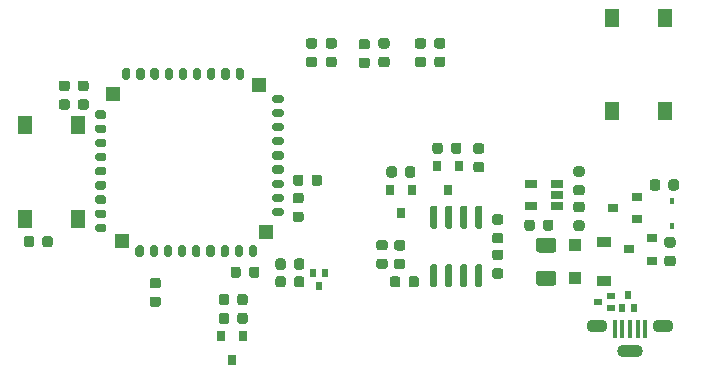
<source format=gbr>
G04 #@! TF.GenerationSoftware,KiCad,Pcbnew,5.99.0-unknown-acdfeee~88~ubuntu18.04.1*
G04 #@! TF.CreationDate,2020-05-13T21:49:14+03:00*
G04 #@! TF.ProjectId,LoRaNode,4c6f5261-4e6f-4646-952e-6b696361645f,1.1*
G04 #@! TF.SameCoordinates,Original*
G04 #@! TF.FileFunction,Paste,Top*
G04 #@! TF.FilePolarity,Positive*
%FSLAX46Y46*%
G04 Gerber Fmt 4.6, Leading zero omitted, Abs format (unit mm)*
G04 Created by KiCad (PCBNEW 5.99.0-unknown-acdfeee~88~ubuntu18.04.1) date 2020-05-13 21:49:14*
%MOMM*%
%LPD*%
G01*
G04 APERTURE LIST*
%ADD10R,1.300000X1.300000*%
%ADD11R,0.450000X1.500000*%
%ADD12O,1.800000X1.100000*%
%ADD13O,2.200000X1.100000*%
%ADD14R,0.450000X0.600000*%
%ADD15R,1.200000X0.900000*%
%ADD16R,0.900000X0.800000*%
%ADD17R,1.100000X1.100000*%
%ADD18R,0.500000X0.660000*%
%ADD19R,0.800000X0.900000*%
%ADD20R,1.060000X0.650000*%
%ADD21R,1.300000X1.550000*%
%ADD22R,0.660000X0.500000*%
G04 APERTURE END LIST*
G36*
G01*
X96843750Y-136650000D02*
X97356250Y-136650000D01*
G75*
G02*
X97575000Y-136868750I0J-218750D01*
G01*
X97575000Y-137306250D01*
G75*
G02*
X97356250Y-137525000I-218750J0D01*
G01*
X96843750Y-137525000D01*
G75*
G02*
X96625000Y-137306250I0J218750D01*
G01*
X96625000Y-136868750D01*
G75*
G02*
X96843750Y-136650000I218750J0D01*
G01*
G37*
G36*
G01*
X96843750Y-135075000D02*
X97356250Y-135075000D01*
G75*
G02*
X97575000Y-135293750I0J-218750D01*
G01*
X97575000Y-135731250D01*
G75*
G02*
X97356250Y-135950000I-218750J0D01*
G01*
X96843750Y-135950000D01*
G75*
G02*
X96625000Y-135731250I0J218750D01*
G01*
X96625000Y-135293750D01*
G75*
G02*
X96843750Y-135075000I218750J0D01*
G01*
G37*
G36*
G01*
X92975000Y-121065000D02*
X92975000Y-121415000D01*
G75*
G02*
X92800000Y-121590000I-175000J0D01*
G01*
X92200000Y-121590000D01*
G75*
G02*
X92025000Y-121415000I0J175000D01*
G01*
X92025000Y-121065000D01*
G75*
G02*
X92200000Y-120890000I175000J0D01*
G01*
X92800000Y-120890000D01*
G75*
G02*
X92975000Y-121065000I0J-175000D01*
G01*
G37*
G36*
G01*
X92975000Y-122265000D02*
X92975000Y-122615000D01*
G75*
G02*
X92800000Y-122790000I-175000J0D01*
G01*
X92200000Y-122790000D01*
G75*
G02*
X92025000Y-122615000I0J175000D01*
G01*
X92025000Y-122265000D01*
G75*
G02*
X92200000Y-122090000I175000J0D01*
G01*
X92800000Y-122090000D01*
G75*
G02*
X92975000Y-122265000I0J-175000D01*
G01*
G37*
G36*
G01*
X92975000Y-123465000D02*
X92975000Y-123815000D01*
G75*
G02*
X92800000Y-123990000I-175000J0D01*
G01*
X92200000Y-123990000D01*
G75*
G02*
X92025000Y-123815000I0J175000D01*
G01*
X92025000Y-123465000D01*
G75*
G02*
X92200000Y-123290000I175000J0D01*
G01*
X92800000Y-123290000D01*
G75*
G02*
X92975000Y-123465000I0J-175000D01*
G01*
G37*
G36*
G01*
X92975000Y-124665000D02*
X92975000Y-125015000D01*
G75*
G02*
X92800000Y-125190000I-175000J0D01*
G01*
X92200000Y-125190000D01*
G75*
G02*
X92025000Y-125015000I0J175000D01*
G01*
X92025000Y-124665000D01*
G75*
G02*
X92200000Y-124490000I175000J0D01*
G01*
X92800000Y-124490000D01*
G75*
G02*
X92975000Y-124665000I0J-175000D01*
G01*
G37*
G36*
G01*
X92975000Y-125865000D02*
X92975000Y-126215000D01*
G75*
G02*
X92800000Y-126390000I-175000J0D01*
G01*
X92200000Y-126390000D01*
G75*
G02*
X92025000Y-126215000I0J175000D01*
G01*
X92025000Y-125865000D01*
G75*
G02*
X92200000Y-125690000I175000J0D01*
G01*
X92800000Y-125690000D01*
G75*
G02*
X92975000Y-125865000I0J-175000D01*
G01*
G37*
G36*
G01*
X92975000Y-127065000D02*
X92975000Y-127415000D01*
G75*
G02*
X92800000Y-127590000I-175000J0D01*
G01*
X92200000Y-127590000D01*
G75*
G02*
X92025000Y-127415000I0J175000D01*
G01*
X92025000Y-127065000D01*
G75*
G02*
X92200000Y-126890000I175000J0D01*
G01*
X92800000Y-126890000D01*
G75*
G02*
X92975000Y-127065000I0J-175000D01*
G01*
G37*
G36*
G01*
X92975000Y-128265000D02*
X92975000Y-128615000D01*
G75*
G02*
X92800000Y-128790000I-175000J0D01*
G01*
X92200000Y-128790000D01*
G75*
G02*
X92025000Y-128615000I0J175000D01*
G01*
X92025000Y-128265000D01*
G75*
G02*
X92200000Y-128090000I175000J0D01*
G01*
X92800000Y-128090000D01*
G75*
G02*
X92975000Y-128265000I0J-175000D01*
G01*
G37*
G36*
G01*
X92975000Y-129465000D02*
X92975000Y-129815000D01*
G75*
G02*
X92800000Y-129990000I-175000J0D01*
G01*
X92200000Y-129990000D01*
G75*
G02*
X92025000Y-129815000I0J175000D01*
G01*
X92025000Y-129465000D01*
G75*
G02*
X92200000Y-129290000I175000J0D01*
G01*
X92800000Y-129290000D01*
G75*
G02*
X92975000Y-129465000I0J-175000D01*
G01*
G37*
G36*
G01*
X92975000Y-130665000D02*
X92975000Y-131015000D01*
G75*
G02*
X92800000Y-131190000I-175000J0D01*
G01*
X92200000Y-131190000D01*
G75*
G02*
X92025000Y-131015000I0J175000D01*
G01*
X92025000Y-130665000D01*
G75*
G02*
X92200000Y-130490000I175000J0D01*
G01*
X92800000Y-130490000D01*
G75*
G02*
X92975000Y-130665000I0J-175000D01*
G01*
G37*
G36*
G01*
X104075000Y-117325000D02*
X104425000Y-117325000D01*
G75*
G02*
X104600000Y-117500000I0J-175000D01*
G01*
X104600000Y-118100000D01*
G75*
G02*
X104425000Y-118275000I-175000J0D01*
G01*
X104075000Y-118275000D01*
G75*
G02*
X103900000Y-118100000I0J175000D01*
G01*
X103900000Y-117500000D01*
G75*
G02*
X104075000Y-117325000I175000J0D01*
G01*
G37*
G36*
G01*
X102875000Y-117325000D02*
X103225000Y-117325000D01*
G75*
G02*
X103400000Y-117500000I0J-175000D01*
G01*
X103400000Y-118100000D01*
G75*
G02*
X103225000Y-118275000I-175000J0D01*
G01*
X102875000Y-118275000D01*
G75*
G02*
X102700000Y-118100000I0J175000D01*
G01*
X102700000Y-117500000D01*
G75*
G02*
X102875000Y-117325000I175000J0D01*
G01*
G37*
G36*
G01*
X101675000Y-117325000D02*
X102025000Y-117325000D01*
G75*
G02*
X102200000Y-117500000I0J-175000D01*
G01*
X102200000Y-118100000D01*
G75*
G02*
X102025000Y-118275000I-175000J0D01*
G01*
X101675000Y-118275000D01*
G75*
G02*
X101500000Y-118100000I0J175000D01*
G01*
X101500000Y-117500000D01*
G75*
G02*
X101675000Y-117325000I175000J0D01*
G01*
G37*
G36*
G01*
X100475000Y-117325000D02*
X100825000Y-117325000D01*
G75*
G02*
X101000000Y-117500000I0J-175000D01*
G01*
X101000000Y-118100000D01*
G75*
G02*
X100825000Y-118275000I-175000J0D01*
G01*
X100475000Y-118275000D01*
G75*
G02*
X100300000Y-118100000I0J175000D01*
G01*
X100300000Y-117500000D01*
G75*
G02*
X100475000Y-117325000I175000J0D01*
G01*
G37*
G36*
G01*
X99275000Y-117325000D02*
X99625000Y-117325000D01*
G75*
G02*
X99800000Y-117500000I0J-175000D01*
G01*
X99800000Y-118100000D01*
G75*
G02*
X99625000Y-118275000I-175000J0D01*
G01*
X99275000Y-118275000D01*
G75*
G02*
X99100000Y-118100000I0J175000D01*
G01*
X99100000Y-117500000D01*
G75*
G02*
X99275000Y-117325000I175000J0D01*
G01*
G37*
G36*
G01*
X98075000Y-117325000D02*
X98425000Y-117325000D01*
G75*
G02*
X98600000Y-117500000I0J-175000D01*
G01*
X98600000Y-118100000D01*
G75*
G02*
X98425000Y-118275000I-175000J0D01*
G01*
X98075000Y-118275000D01*
G75*
G02*
X97900000Y-118100000I0J175000D01*
G01*
X97900000Y-117500000D01*
G75*
G02*
X98075000Y-117325000I175000J0D01*
G01*
G37*
G36*
G01*
X96875000Y-117325000D02*
X97225000Y-117325000D01*
G75*
G02*
X97400000Y-117500000I0J-175000D01*
G01*
X97400000Y-118100000D01*
G75*
G02*
X97225000Y-118275000I-175000J0D01*
G01*
X96875000Y-118275000D01*
G75*
G02*
X96700000Y-118100000I0J175000D01*
G01*
X96700000Y-117500000D01*
G75*
G02*
X96875000Y-117325000I175000J0D01*
G01*
G37*
G36*
G01*
X95675000Y-117325000D02*
X96025000Y-117325000D01*
G75*
G02*
X96200000Y-117500000I0J-175000D01*
G01*
X96200000Y-118100000D01*
G75*
G02*
X96025000Y-118275000I-175000J0D01*
G01*
X95675000Y-118275000D01*
G75*
G02*
X95500000Y-118100000I0J175000D01*
G01*
X95500000Y-117500000D01*
G75*
G02*
X95675000Y-117325000I175000J0D01*
G01*
G37*
G36*
G01*
X94475000Y-117325000D02*
X94825000Y-117325000D01*
G75*
G02*
X95000000Y-117500000I0J-175000D01*
G01*
X95000000Y-118100000D01*
G75*
G02*
X94825000Y-118275000I-175000J0D01*
G01*
X94475000Y-118275000D01*
G75*
G02*
X94300000Y-118100000I0J175000D01*
G01*
X94300000Y-117500000D01*
G75*
G02*
X94475000Y-117325000I175000J0D01*
G01*
G37*
G36*
G01*
X107975000Y-119725000D02*
X107975000Y-120075000D01*
G75*
G02*
X107800000Y-120250000I-175000J0D01*
G01*
X107200000Y-120250000D01*
G75*
G02*
X107025000Y-120075000I0J175000D01*
G01*
X107025000Y-119725000D01*
G75*
G02*
X107200000Y-119550000I175000J0D01*
G01*
X107800000Y-119550000D01*
G75*
G02*
X107975000Y-119725000I0J-175000D01*
G01*
G37*
G36*
G01*
X107975000Y-120925000D02*
X107975000Y-121275000D01*
G75*
G02*
X107800000Y-121450000I-175000J0D01*
G01*
X107200000Y-121450000D01*
G75*
G02*
X107025000Y-121275000I0J175000D01*
G01*
X107025000Y-120925000D01*
G75*
G02*
X107200000Y-120750000I175000J0D01*
G01*
X107800000Y-120750000D01*
G75*
G02*
X107975000Y-120925000I0J-175000D01*
G01*
G37*
G36*
G01*
X107975000Y-122125000D02*
X107975000Y-122475000D01*
G75*
G02*
X107800000Y-122650000I-175000J0D01*
G01*
X107200000Y-122650000D01*
G75*
G02*
X107025000Y-122475000I0J175000D01*
G01*
X107025000Y-122125000D01*
G75*
G02*
X107200000Y-121950000I175000J0D01*
G01*
X107800000Y-121950000D01*
G75*
G02*
X107975000Y-122125000I0J-175000D01*
G01*
G37*
G36*
G01*
X107975000Y-123325000D02*
X107975000Y-123675000D01*
G75*
G02*
X107800000Y-123850000I-175000J0D01*
G01*
X107200000Y-123850000D01*
G75*
G02*
X107025000Y-123675000I0J175000D01*
G01*
X107025000Y-123325000D01*
G75*
G02*
X107200000Y-123150000I175000J0D01*
G01*
X107800000Y-123150000D01*
G75*
G02*
X107975000Y-123325000I0J-175000D01*
G01*
G37*
G36*
G01*
X107975000Y-124525000D02*
X107975000Y-124875000D01*
G75*
G02*
X107800000Y-125050000I-175000J0D01*
G01*
X107200000Y-125050000D01*
G75*
G02*
X107025000Y-124875000I0J175000D01*
G01*
X107025000Y-124525000D01*
G75*
G02*
X107200000Y-124350000I175000J0D01*
G01*
X107800000Y-124350000D01*
G75*
G02*
X107975000Y-124525000I0J-175000D01*
G01*
G37*
G36*
G01*
X107975000Y-125725000D02*
X107975000Y-126075000D01*
G75*
G02*
X107800000Y-126250000I-175000J0D01*
G01*
X107200000Y-126250000D01*
G75*
G02*
X107025000Y-126075000I0J175000D01*
G01*
X107025000Y-125725000D01*
G75*
G02*
X107200000Y-125550000I175000J0D01*
G01*
X107800000Y-125550000D01*
G75*
G02*
X107975000Y-125725000I0J-175000D01*
G01*
G37*
G36*
G01*
X107975000Y-126925000D02*
X107975000Y-127275000D01*
G75*
G02*
X107800000Y-127450000I-175000J0D01*
G01*
X107200000Y-127450000D01*
G75*
G02*
X107025000Y-127275000I0J175000D01*
G01*
X107025000Y-126925000D01*
G75*
G02*
X107200000Y-126750000I175000J0D01*
G01*
X107800000Y-126750000D01*
G75*
G02*
X107975000Y-126925000I0J-175000D01*
G01*
G37*
G36*
G01*
X107975000Y-128125000D02*
X107975000Y-128475000D01*
G75*
G02*
X107800000Y-128650000I-175000J0D01*
G01*
X107200000Y-128650000D01*
G75*
G02*
X107025000Y-128475000I0J175000D01*
G01*
X107025000Y-128125000D01*
G75*
G02*
X107200000Y-127950000I175000J0D01*
G01*
X107800000Y-127950000D01*
G75*
G02*
X107975000Y-128125000I0J-175000D01*
G01*
G37*
G36*
G01*
X107975000Y-129325000D02*
X107975000Y-129675000D01*
G75*
G02*
X107800000Y-129850000I-175000J0D01*
G01*
X107200000Y-129850000D01*
G75*
G02*
X107025000Y-129675000I0J175000D01*
G01*
X107025000Y-129325000D01*
G75*
G02*
X107200000Y-129150000I175000J0D01*
G01*
X107800000Y-129150000D01*
G75*
G02*
X107975000Y-129325000I0J-175000D01*
G01*
G37*
G36*
G01*
X105555000Y-133275000D02*
X105205000Y-133275000D01*
G75*
G02*
X105030000Y-133100000I0J175000D01*
G01*
X105030000Y-132500000D01*
G75*
G02*
X105205000Y-132325000I175000J0D01*
G01*
X105555000Y-132325000D01*
G75*
G02*
X105730000Y-132500000I0J-175000D01*
G01*
X105730000Y-133100000D01*
G75*
G02*
X105555000Y-133275000I-175000J0D01*
G01*
G37*
G36*
G01*
X104355000Y-133275000D02*
X104005000Y-133275000D01*
G75*
G02*
X103830000Y-133100000I0J175000D01*
G01*
X103830000Y-132500000D01*
G75*
G02*
X104005000Y-132325000I175000J0D01*
G01*
X104355000Y-132325000D01*
G75*
G02*
X104530000Y-132500000I0J-175000D01*
G01*
X104530000Y-133100000D01*
G75*
G02*
X104355000Y-133275000I-175000J0D01*
G01*
G37*
G36*
G01*
X103155000Y-133275000D02*
X102805000Y-133275000D01*
G75*
G02*
X102630000Y-133100000I0J175000D01*
G01*
X102630000Y-132500000D01*
G75*
G02*
X102805000Y-132325000I175000J0D01*
G01*
X103155000Y-132325000D01*
G75*
G02*
X103330000Y-132500000I0J-175000D01*
G01*
X103330000Y-133100000D01*
G75*
G02*
X103155000Y-133275000I-175000J0D01*
G01*
G37*
G36*
G01*
X101955000Y-133275000D02*
X101605000Y-133275000D01*
G75*
G02*
X101430000Y-133100000I0J175000D01*
G01*
X101430000Y-132500000D01*
G75*
G02*
X101605000Y-132325000I175000J0D01*
G01*
X101955000Y-132325000D01*
G75*
G02*
X102130000Y-132500000I0J-175000D01*
G01*
X102130000Y-133100000D01*
G75*
G02*
X101955000Y-133275000I-175000J0D01*
G01*
G37*
G36*
G01*
X100755000Y-133275000D02*
X100405000Y-133275000D01*
G75*
G02*
X100230000Y-133100000I0J175000D01*
G01*
X100230000Y-132500000D01*
G75*
G02*
X100405000Y-132325000I175000J0D01*
G01*
X100755000Y-132325000D01*
G75*
G02*
X100930000Y-132500000I0J-175000D01*
G01*
X100930000Y-133100000D01*
G75*
G02*
X100755000Y-133275000I-175000J0D01*
G01*
G37*
G36*
G01*
X99555000Y-133275000D02*
X99205000Y-133275000D01*
G75*
G02*
X99030000Y-133100000I0J175000D01*
G01*
X99030000Y-132500000D01*
G75*
G02*
X99205000Y-132325000I175000J0D01*
G01*
X99555000Y-132325000D01*
G75*
G02*
X99730000Y-132500000I0J-175000D01*
G01*
X99730000Y-133100000D01*
G75*
G02*
X99555000Y-133275000I-175000J0D01*
G01*
G37*
G36*
G01*
X98355000Y-133275000D02*
X98005000Y-133275000D01*
G75*
G02*
X97830000Y-133100000I0J175000D01*
G01*
X97830000Y-132500000D01*
G75*
G02*
X98005000Y-132325000I175000J0D01*
G01*
X98355000Y-132325000D01*
G75*
G02*
X98530000Y-132500000I0J-175000D01*
G01*
X98530000Y-133100000D01*
G75*
G02*
X98355000Y-133275000I-175000J0D01*
G01*
G37*
G36*
G01*
X97155000Y-133275000D02*
X96805000Y-133275000D01*
G75*
G02*
X96630000Y-133100000I0J175000D01*
G01*
X96630000Y-132500000D01*
G75*
G02*
X96805000Y-132325000I175000J0D01*
G01*
X97155000Y-132325000D01*
G75*
G02*
X97330000Y-132500000I0J-175000D01*
G01*
X97330000Y-133100000D01*
G75*
G02*
X97155000Y-133275000I-175000J0D01*
G01*
G37*
G36*
G01*
X95955000Y-133275000D02*
X95605000Y-133275000D01*
G75*
G02*
X95430000Y-133100000I0J175000D01*
G01*
X95430000Y-132500000D01*
G75*
G02*
X95605000Y-132325000I175000J0D01*
G01*
X95955000Y-132325000D01*
G75*
G02*
X96130000Y-132500000I0J-175000D01*
G01*
X96130000Y-133100000D01*
G75*
G02*
X95955000Y-133275000I-175000J0D01*
G01*
G37*
D10*
X106480000Y-131150000D03*
X105850000Y-118700000D03*
X93530000Y-119470000D03*
X94290000Y-131910000D03*
D11*
X137300000Y-139400000D03*
X137950000Y-139400000D03*
X136650000Y-139400000D03*
X138600000Y-139400000D03*
X136000000Y-139400000D03*
D12*
X134500000Y-139150000D03*
X140100000Y-139150000D03*
D13*
X137300000Y-141300000D03*
D14*
X140880000Y-128600000D03*
X140880000Y-130700000D03*
D15*
X135080000Y-135350000D03*
X135080000Y-132050000D03*
G36*
G01*
X87550000Y-132256250D02*
X87550000Y-131743750D01*
G75*
G02*
X87768750Y-131525000I218750J0D01*
G01*
X88206250Y-131525000D01*
G75*
G02*
X88425000Y-131743750I0J-218750D01*
G01*
X88425000Y-132256250D01*
G75*
G02*
X88206250Y-132475000I-218750J0D01*
G01*
X87768750Y-132475000D01*
G75*
G02*
X87550000Y-132256250I0J218750D01*
G01*
G37*
G36*
G01*
X85975000Y-132256250D02*
X85975000Y-131743750D01*
G75*
G02*
X86193750Y-131525000I218750J0D01*
G01*
X86631250Y-131525000D01*
G75*
G02*
X86850000Y-131743750I0J-218750D01*
G01*
X86850000Y-132256250D01*
G75*
G02*
X86631250Y-132475000I-218750J0D01*
G01*
X86193750Y-132475000D01*
G75*
G02*
X85975000Y-132256250I0J218750D01*
G01*
G37*
G36*
G01*
X130825000Y-132925000D02*
X129575000Y-132925000D01*
G75*
G02*
X129325000Y-132675000I0J250000D01*
G01*
X129325000Y-131925000D01*
G75*
G02*
X129575000Y-131675000I250000J0D01*
G01*
X130825000Y-131675000D01*
G75*
G02*
X131075000Y-131925000I0J-250000D01*
G01*
X131075000Y-132675000D01*
G75*
G02*
X130825000Y-132925000I-250000J0D01*
G01*
G37*
G36*
G01*
X130825000Y-135725000D02*
X129575000Y-135725000D01*
G75*
G02*
X129325000Y-135475000I0J250000D01*
G01*
X129325000Y-134725000D01*
G75*
G02*
X129575000Y-134475000I250000J0D01*
G01*
X130825000Y-134475000D01*
G75*
G02*
X131075000Y-134725000I0J-250000D01*
G01*
X131075000Y-135475000D01*
G75*
G02*
X130825000Y-135725000I-250000J0D01*
G01*
G37*
G36*
G01*
X139850000Y-126943750D02*
X139850000Y-127456250D01*
G75*
G02*
X139631250Y-127675000I-218750J0D01*
G01*
X139193750Y-127675000D01*
G75*
G02*
X138975000Y-127456250I0J218750D01*
G01*
X138975000Y-126943750D01*
G75*
G02*
X139193750Y-126725000I218750J0D01*
G01*
X139631250Y-126725000D01*
G75*
G02*
X139850000Y-126943750I0J-218750D01*
G01*
G37*
G36*
G01*
X141425000Y-126943750D02*
X141425000Y-127456250D01*
G75*
G02*
X141206250Y-127675000I-218750J0D01*
G01*
X140768750Y-127675000D01*
G75*
G02*
X140550000Y-127456250I0J218750D01*
G01*
X140550000Y-126943750D01*
G75*
G02*
X140768750Y-126725000I218750J0D01*
G01*
X141206250Y-126725000D01*
G75*
G02*
X141425000Y-126943750I0J-218750D01*
G01*
G37*
G36*
G01*
X140423750Y-133200000D02*
X140936250Y-133200000D01*
G75*
G02*
X141155000Y-133418750I0J-218750D01*
G01*
X141155000Y-133856250D01*
G75*
G02*
X140936250Y-134075000I-218750J0D01*
G01*
X140423750Y-134075000D01*
G75*
G02*
X140205000Y-133856250I0J218750D01*
G01*
X140205000Y-133418750D01*
G75*
G02*
X140423750Y-133200000I218750J0D01*
G01*
G37*
G36*
G01*
X140423750Y-131625000D02*
X140936250Y-131625000D01*
G75*
G02*
X141155000Y-131843750I0J-218750D01*
G01*
X141155000Y-132281250D01*
G75*
G02*
X140936250Y-132500000I-218750J0D01*
G01*
X140423750Y-132500000D01*
G75*
G02*
X140205000Y-132281250I0J218750D01*
G01*
X140205000Y-131843750D01*
G75*
G02*
X140423750Y-131625000I218750J0D01*
G01*
G37*
D16*
X135880000Y-129150000D03*
X137880000Y-128200000D03*
X137880000Y-130100000D03*
X137180000Y-132650000D03*
X139180000Y-131700000D03*
X139180000Y-133600000D03*
D17*
X132600000Y-135100000D03*
X132600000Y-132300000D03*
D18*
X137650000Y-137646584D03*
X136650000Y-137646584D03*
X137150000Y-136506584D03*
G36*
G01*
X124756250Y-124550000D02*
X124243750Y-124550000D01*
G75*
G02*
X124025000Y-124331250I0J218750D01*
G01*
X124025000Y-123893750D01*
G75*
G02*
X124243750Y-123675000I218750J0D01*
G01*
X124756250Y-123675000D01*
G75*
G02*
X124975000Y-123893750I0J-218750D01*
G01*
X124975000Y-124331250D01*
G75*
G02*
X124756250Y-124550000I-218750J0D01*
G01*
G37*
G36*
G01*
X124756250Y-126125000D02*
X124243750Y-126125000D01*
G75*
G02*
X124025000Y-125906250I0J218750D01*
G01*
X124025000Y-125468750D01*
G75*
G02*
X124243750Y-125250000I218750J0D01*
G01*
X124756250Y-125250000D01*
G75*
G02*
X124975000Y-125468750I0J-218750D01*
G01*
X124975000Y-125906250D01*
G75*
G02*
X124756250Y-126125000I-218750J0D01*
G01*
G37*
X110500000Y-134630000D03*
X111500000Y-134630000D03*
X111000000Y-135770000D03*
D19*
X121900000Y-127600000D03*
X120950000Y-125600000D03*
X122850000Y-125600000D03*
D20*
X131080000Y-129000000D03*
X131080000Y-128050000D03*
X131080000Y-127100000D03*
X128880000Y-127100000D03*
X128880000Y-129000000D03*
G36*
G01*
X121450000Y-123843750D02*
X121450000Y-124356250D01*
G75*
G02*
X121231250Y-124575000I-218750J0D01*
G01*
X120793750Y-124575000D01*
G75*
G02*
X120575000Y-124356250I0J218750D01*
G01*
X120575000Y-123843750D01*
G75*
G02*
X120793750Y-123625000I218750J0D01*
G01*
X121231250Y-123625000D01*
G75*
G02*
X121450000Y-123843750I0J-218750D01*
G01*
G37*
G36*
G01*
X123025000Y-123843750D02*
X123025000Y-124356250D01*
G75*
G02*
X122806250Y-124575000I-218750J0D01*
G01*
X122368750Y-124575000D01*
G75*
G02*
X122150000Y-124356250I0J218750D01*
G01*
X122150000Y-123843750D01*
G75*
G02*
X122368750Y-123625000I218750J0D01*
G01*
X122806250Y-123625000D01*
G75*
G02*
X123025000Y-123843750I0J-218750D01*
G01*
G37*
G36*
G01*
X119811835Y-115650000D02*
X119299335Y-115650000D01*
G75*
G02*
X119080585Y-115431250I0J218750D01*
G01*
X119080585Y-114993750D01*
G75*
G02*
X119299335Y-114775000I218750J0D01*
G01*
X119811835Y-114775000D01*
G75*
G02*
X120030585Y-114993750I0J-218750D01*
G01*
X120030585Y-115431250D01*
G75*
G02*
X119811835Y-115650000I-218750J0D01*
G01*
G37*
G36*
G01*
X119811835Y-117225000D02*
X119299335Y-117225000D01*
G75*
G02*
X119080585Y-117006250I0J218750D01*
G01*
X119080585Y-116568750D01*
G75*
G02*
X119299335Y-116350000I218750J0D01*
G01*
X119811835Y-116350000D01*
G75*
G02*
X120030585Y-116568750I0J-218750D01*
G01*
X120030585Y-117006250D01*
G75*
G02*
X119811835Y-117225000I-218750J0D01*
G01*
G37*
G36*
G01*
X110589135Y-115650000D02*
X110076635Y-115650000D01*
G75*
G02*
X109857885Y-115431250I0J218750D01*
G01*
X109857885Y-114993750D01*
G75*
G02*
X110076635Y-114775000I218750J0D01*
G01*
X110589135Y-114775000D01*
G75*
G02*
X110807885Y-114993750I0J-218750D01*
G01*
X110807885Y-115431250D01*
G75*
G02*
X110589135Y-115650000I-218750J0D01*
G01*
G37*
G36*
G01*
X110589135Y-117225000D02*
X110076635Y-117225000D01*
G75*
G02*
X109857885Y-117006250I0J218750D01*
G01*
X109857885Y-116568750D01*
G75*
G02*
X110076635Y-116350000I218750J0D01*
G01*
X110589135Y-116350000D01*
G75*
G02*
X110807885Y-116568750I0J-218750D01*
G01*
X110807885Y-117006250D01*
G75*
G02*
X110589135Y-117225000I-218750J0D01*
G01*
G37*
G36*
G01*
X115056386Y-115724626D02*
X114543886Y-115724626D01*
G75*
G02*
X114325136Y-115505876I0J218750D01*
G01*
X114325136Y-115068376D01*
G75*
G02*
X114543886Y-114849626I218750J0D01*
G01*
X115056386Y-114849626D01*
G75*
G02*
X115275136Y-115068376I0J-218750D01*
G01*
X115275136Y-115505876D01*
G75*
G02*
X115056386Y-115724626I-218750J0D01*
G01*
G37*
G36*
G01*
X115056386Y-117299626D02*
X114543886Y-117299626D01*
G75*
G02*
X114325136Y-117080876I0J218750D01*
G01*
X114325136Y-116643376D01*
G75*
G02*
X114543886Y-116424626I218750J0D01*
G01*
X115056386Y-116424626D01*
G75*
G02*
X115275136Y-116643376I0J-218750D01*
G01*
X115275136Y-117080876D01*
G75*
G02*
X115056386Y-117299626I-218750J0D01*
G01*
G37*
G36*
G01*
X120944784Y-116350000D02*
X121457284Y-116350000D01*
G75*
G02*
X121676034Y-116568750I0J-218750D01*
G01*
X121676034Y-117006250D01*
G75*
G02*
X121457284Y-117225000I-218750J0D01*
G01*
X120944784Y-117225000D01*
G75*
G02*
X120726034Y-117006250I0J218750D01*
G01*
X120726034Y-116568750D01*
G75*
G02*
X120944784Y-116350000I218750J0D01*
G01*
G37*
G36*
G01*
X120944784Y-114775000D02*
X121457284Y-114775000D01*
G75*
G02*
X121676034Y-114993750I0J-218750D01*
G01*
X121676034Y-115431250D01*
G75*
G02*
X121457284Y-115650000I-218750J0D01*
G01*
X120944784Y-115650000D01*
G75*
G02*
X120726034Y-115431250I0J218750D01*
G01*
X120726034Y-114993750D01*
G75*
G02*
X120944784Y-114775000I218750J0D01*
G01*
G37*
G36*
G01*
X111743750Y-116350000D02*
X112256250Y-116350000D01*
G75*
G02*
X112475000Y-116568750I0J-218750D01*
G01*
X112475000Y-117006250D01*
G75*
G02*
X112256250Y-117225000I-218750J0D01*
G01*
X111743750Y-117225000D01*
G75*
G02*
X111525000Y-117006250I0J218750D01*
G01*
X111525000Y-116568750D01*
G75*
G02*
X111743750Y-116350000I218750J0D01*
G01*
G37*
G36*
G01*
X111743750Y-114775000D02*
X112256250Y-114775000D01*
G75*
G02*
X112475000Y-114993750I0J-218750D01*
G01*
X112475000Y-115431250D01*
G75*
G02*
X112256250Y-115650000I-218750J0D01*
G01*
X111743750Y-115650000D01*
G75*
G02*
X111525000Y-115431250I0J218750D01*
G01*
X111525000Y-114993750D01*
G75*
G02*
X111743750Y-114775000I218750J0D01*
G01*
G37*
G36*
G01*
X116207578Y-116350000D02*
X116720078Y-116350000D01*
G75*
G02*
X116938828Y-116568750I0J-218750D01*
G01*
X116938828Y-117006250D01*
G75*
G02*
X116720078Y-117225000I-218750J0D01*
G01*
X116207578Y-117225000D01*
G75*
G02*
X115988828Y-117006250I0J218750D01*
G01*
X115988828Y-116568750D01*
G75*
G02*
X116207578Y-116350000I218750J0D01*
G01*
G37*
G36*
G01*
X116207578Y-114775000D02*
X116720078Y-114775000D01*
G75*
G02*
X116938828Y-114993750I0J-218750D01*
G01*
X116938828Y-115431250D01*
G75*
G02*
X116720078Y-115650000I-218750J0D01*
G01*
X116207578Y-115650000D01*
G75*
G02*
X115988828Y-115431250I0J218750D01*
G01*
X115988828Y-114993750D01*
G75*
G02*
X116207578Y-114775000I218750J0D01*
G01*
G37*
G36*
G01*
X108943750Y-129450000D02*
X109456250Y-129450000D01*
G75*
G02*
X109675000Y-129668750I0J-218750D01*
G01*
X109675000Y-130106250D01*
G75*
G02*
X109456250Y-130325000I-218750J0D01*
G01*
X108943750Y-130325000D01*
G75*
G02*
X108725000Y-130106250I0J218750D01*
G01*
X108725000Y-129668750D01*
G75*
G02*
X108943750Y-129450000I218750J0D01*
G01*
G37*
G36*
G01*
X108943750Y-127875000D02*
X109456250Y-127875000D01*
G75*
G02*
X109675000Y-128093750I0J-218750D01*
G01*
X109675000Y-128531250D01*
G75*
G02*
X109456250Y-128750000I-218750J0D01*
G01*
X108943750Y-128750000D01*
G75*
G02*
X108725000Y-128531250I0J218750D01*
G01*
X108725000Y-128093750D01*
G75*
G02*
X108943750Y-127875000I218750J0D01*
G01*
G37*
G36*
G01*
X117543750Y-133450000D02*
X118056250Y-133450000D01*
G75*
G02*
X118275000Y-133668750I0J-218750D01*
G01*
X118275000Y-134106250D01*
G75*
G02*
X118056250Y-134325000I-218750J0D01*
G01*
X117543750Y-134325000D01*
G75*
G02*
X117325000Y-134106250I0J218750D01*
G01*
X117325000Y-133668750D01*
G75*
G02*
X117543750Y-133450000I218750J0D01*
G01*
G37*
G36*
G01*
X117543750Y-131875000D02*
X118056250Y-131875000D01*
G75*
G02*
X118275000Y-132093750I0J-218750D01*
G01*
X118275000Y-132531250D01*
G75*
G02*
X118056250Y-132750000I-218750J0D01*
G01*
X117543750Y-132750000D01*
G75*
G02*
X117325000Y-132531250I0J218750D01*
G01*
X117325000Y-132093750D01*
G75*
G02*
X117543750Y-131875000I218750J0D01*
G01*
G37*
G36*
G01*
X117850000Y-135143750D02*
X117850000Y-135656250D01*
G75*
G02*
X117631250Y-135875000I-218750J0D01*
G01*
X117193750Y-135875000D01*
G75*
G02*
X116975000Y-135656250I0J218750D01*
G01*
X116975000Y-135143750D01*
G75*
G02*
X117193750Y-134925000I218750J0D01*
G01*
X117631250Y-134925000D01*
G75*
G02*
X117850000Y-135143750I0J-218750D01*
G01*
G37*
G36*
G01*
X119425000Y-135143750D02*
X119425000Y-135656250D01*
G75*
G02*
X119206250Y-135875000I-218750J0D01*
G01*
X118768750Y-135875000D01*
G75*
G02*
X118550000Y-135656250I0J218750D01*
G01*
X118550000Y-135143750D01*
G75*
G02*
X118768750Y-134925000I218750J0D01*
G01*
X119206250Y-134925000D01*
G75*
G02*
X119425000Y-135143750I0J-218750D01*
G01*
G37*
G36*
G01*
X116556250Y-132740000D02*
X116043750Y-132740000D01*
G75*
G02*
X115825000Y-132521250I0J218750D01*
G01*
X115825000Y-132083750D01*
G75*
G02*
X116043750Y-131865000I218750J0D01*
G01*
X116556250Y-131865000D01*
G75*
G02*
X116775000Y-132083750I0J-218750D01*
G01*
X116775000Y-132521250D01*
G75*
G02*
X116556250Y-132740000I-218750J0D01*
G01*
G37*
G36*
G01*
X116556250Y-134315000D02*
X116043750Y-134315000D01*
G75*
G02*
X115825000Y-134096250I0J218750D01*
G01*
X115825000Y-133658750D01*
G75*
G02*
X116043750Y-133440000I218750J0D01*
G01*
X116556250Y-133440000D01*
G75*
G02*
X116775000Y-133658750I0J-218750D01*
G01*
X116775000Y-134096250D01*
G75*
G02*
X116556250Y-134315000I-218750J0D01*
G01*
G37*
G36*
G01*
X117550000Y-125843750D02*
X117550000Y-126356250D01*
G75*
G02*
X117331250Y-126575000I-218750J0D01*
G01*
X116893750Y-126575000D01*
G75*
G02*
X116675000Y-126356250I0J218750D01*
G01*
X116675000Y-125843750D01*
G75*
G02*
X116893750Y-125625000I218750J0D01*
G01*
X117331250Y-125625000D01*
G75*
G02*
X117550000Y-125843750I0J-218750D01*
G01*
G37*
G36*
G01*
X119125000Y-125843750D02*
X119125000Y-126356250D01*
G75*
G02*
X118906250Y-126575000I-218750J0D01*
G01*
X118468750Y-126575000D01*
G75*
G02*
X118250000Y-126356250I0J218750D01*
G01*
X118250000Y-125843750D01*
G75*
G02*
X118468750Y-125625000I218750J0D01*
G01*
X118906250Y-125625000D01*
G75*
G02*
X119125000Y-125843750I0J-218750D01*
G01*
G37*
D19*
X117900000Y-129600000D03*
X116950000Y-127600000D03*
X118850000Y-127600000D03*
G36*
G01*
X124355000Y-133900000D02*
X124655000Y-133900000D01*
G75*
G02*
X124805000Y-134050000I0J-150000D01*
G01*
X124805000Y-135700000D01*
G75*
G02*
X124655000Y-135850000I-150000J0D01*
G01*
X124355000Y-135850000D01*
G75*
G02*
X124205000Y-135700000I0J150000D01*
G01*
X124205000Y-134050000D01*
G75*
G02*
X124355000Y-133900000I150000J0D01*
G01*
G37*
G36*
G01*
X123085000Y-133900000D02*
X123385000Y-133900000D01*
G75*
G02*
X123535000Y-134050000I0J-150000D01*
G01*
X123535000Y-135700000D01*
G75*
G02*
X123385000Y-135850000I-150000J0D01*
G01*
X123085000Y-135850000D01*
G75*
G02*
X122935000Y-135700000I0J150000D01*
G01*
X122935000Y-134050000D01*
G75*
G02*
X123085000Y-133900000I150000J0D01*
G01*
G37*
G36*
G01*
X121815000Y-133900000D02*
X122115000Y-133900000D01*
G75*
G02*
X122265000Y-134050000I0J-150000D01*
G01*
X122265000Y-135700000D01*
G75*
G02*
X122115000Y-135850000I-150000J0D01*
G01*
X121815000Y-135850000D01*
G75*
G02*
X121665000Y-135700000I0J150000D01*
G01*
X121665000Y-134050000D01*
G75*
G02*
X121815000Y-133900000I150000J0D01*
G01*
G37*
G36*
G01*
X120545000Y-133900000D02*
X120845000Y-133900000D01*
G75*
G02*
X120995000Y-134050000I0J-150000D01*
G01*
X120995000Y-135700000D01*
G75*
G02*
X120845000Y-135850000I-150000J0D01*
G01*
X120545000Y-135850000D01*
G75*
G02*
X120395000Y-135700000I0J150000D01*
G01*
X120395000Y-134050000D01*
G75*
G02*
X120545000Y-133900000I150000J0D01*
G01*
G37*
G36*
G01*
X120545000Y-128950000D02*
X120845000Y-128950000D01*
G75*
G02*
X120995000Y-129100000I0J-150000D01*
G01*
X120995000Y-130750000D01*
G75*
G02*
X120845000Y-130900000I-150000J0D01*
G01*
X120545000Y-130900000D01*
G75*
G02*
X120395000Y-130750000I0J150000D01*
G01*
X120395000Y-129100000D01*
G75*
G02*
X120545000Y-128950000I150000J0D01*
G01*
G37*
G36*
G01*
X121815000Y-128950000D02*
X122115000Y-128950000D01*
G75*
G02*
X122265000Y-129100000I0J-150000D01*
G01*
X122265000Y-130750000D01*
G75*
G02*
X122115000Y-130900000I-150000J0D01*
G01*
X121815000Y-130900000D01*
G75*
G02*
X121665000Y-130750000I0J150000D01*
G01*
X121665000Y-129100000D01*
G75*
G02*
X121815000Y-128950000I150000J0D01*
G01*
G37*
G36*
G01*
X123085000Y-128950000D02*
X123385000Y-128950000D01*
G75*
G02*
X123535000Y-129100000I0J-150000D01*
G01*
X123535000Y-130750000D01*
G75*
G02*
X123385000Y-130900000I-150000J0D01*
G01*
X123085000Y-130900000D01*
G75*
G02*
X122935000Y-130750000I0J150000D01*
G01*
X122935000Y-129100000D01*
G75*
G02*
X123085000Y-128950000I150000J0D01*
G01*
G37*
G36*
G01*
X124355000Y-128950000D02*
X124655000Y-128950000D01*
G75*
G02*
X124805000Y-129100000I0J-150000D01*
G01*
X124805000Y-130750000D01*
G75*
G02*
X124655000Y-130900000I-150000J0D01*
G01*
X124355000Y-130900000D01*
G75*
G02*
X124205000Y-130750000I0J150000D01*
G01*
X124205000Y-129100000D01*
G75*
G02*
X124355000Y-128950000I150000J0D01*
G01*
G37*
D21*
X90550000Y-122125000D03*
X86050000Y-122125000D03*
X86050000Y-130075000D03*
X90550000Y-130075000D03*
X135750000Y-120975000D03*
X140250000Y-120975000D03*
X140250000Y-113025000D03*
X135750000Y-113025000D03*
G36*
G01*
X105050000Y-134856250D02*
X105050000Y-134343750D01*
G75*
G02*
X105268750Y-134125000I218750J0D01*
G01*
X105706250Y-134125000D01*
G75*
G02*
X105925000Y-134343750I0J-218750D01*
G01*
X105925000Y-134856250D01*
G75*
G02*
X105706250Y-135075000I-218750J0D01*
G01*
X105268750Y-135075000D01*
G75*
G02*
X105050000Y-134856250I0J218750D01*
G01*
G37*
G36*
G01*
X103475000Y-134856250D02*
X103475000Y-134343750D01*
G75*
G02*
X103693750Y-134125000I218750J0D01*
G01*
X104131250Y-134125000D01*
G75*
G02*
X104350000Y-134343750I0J-218750D01*
G01*
X104350000Y-134856250D01*
G75*
G02*
X104131250Y-135075000I-218750J0D01*
G01*
X103693750Y-135075000D01*
G75*
G02*
X103475000Y-134856250I0J218750D01*
G01*
G37*
G36*
G01*
X108850000Y-135656250D02*
X108850000Y-135143750D01*
G75*
G02*
X109068750Y-134925000I218750J0D01*
G01*
X109506250Y-134925000D01*
G75*
G02*
X109725000Y-135143750I0J-218750D01*
G01*
X109725000Y-135656250D01*
G75*
G02*
X109506250Y-135875000I-218750J0D01*
G01*
X109068750Y-135875000D01*
G75*
G02*
X108850000Y-135656250I0J218750D01*
G01*
G37*
G36*
G01*
X107275000Y-135656250D02*
X107275000Y-135143750D01*
G75*
G02*
X107493750Y-134925000I218750J0D01*
G01*
X107931250Y-134925000D01*
G75*
G02*
X108150000Y-135143750I0J-218750D01*
G01*
X108150000Y-135656250D01*
G75*
G02*
X107931250Y-135875000I-218750J0D01*
G01*
X107493750Y-135875000D01*
G75*
G02*
X107275000Y-135656250I0J218750D01*
G01*
G37*
G36*
G01*
X108850000Y-134156250D02*
X108850000Y-133643750D01*
G75*
G02*
X109068750Y-133425000I218750J0D01*
G01*
X109506250Y-133425000D01*
G75*
G02*
X109725000Y-133643750I0J-218750D01*
G01*
X109725000Y-134156250D01*
G75*
G02*
X109506250Y-134375000I-218750J0D01*
G01*
X109068750Y-134375000D01*
G75*
G02*
X108850000Y-134156250I0J218750D01*
G01*
G37*
G36*
G01*
X107275000Y-134156250D02*
X107275000Y-133643750D01*
G75*
G02*
X107493750Y-133425000I218750J0D01*
G01*
X107931250Y-133425000D01*
G75*
G02*
X108150000Y-133643750I0J-218750D01*
G01*
X108150000Y-134156250D01*
G75*
G02*
X107931250Y-134375000I-218750J0D01*
G01*
X107493750Y-134375000D01*
G75*
G02*
X107275000Y-134156250I0J218750D01*
G01*
G37*
G36*
G01*
X103350000Y-136643750D02*
X103350000Y-137156250D01*
G75*
G02*
X103131250Y-137375000I-218750J0D01*
G01*
X102693750Y-137375000D01*
G75*
G02*
X102475000Y-137156250I0J218750D01*
G01*
X102475000Y-136643750D01*
G75*
G02*
X102693750Y-136425000I218750J0D01*
G01*
X103131250Y-136425000D01*
G75*
G02*
X103350000Y-136643750I0J-218750D01*
G01*
G37*
G36*
G01*
X104925000Y-136643750D02*
X104925000Y-137156250D01*
G75*
G02*
X104706250Y-137375000I-218750J0D01*
G01*
X104268750Y-137375000D01*
G75*
G02*
X104050000Y-137156250I0J218750D01*
G01*
X104050000Y-136643750D01*
G75*
G02*
X104268750Y-136425000I218750J0D01*
G01*
X104706250Y-136425000D01*
G75*
G02*
X104925000Y-136643750I0J-218750D01*
G01*
G37*
G36*
G01*
X103349999Y-138243749D02*
X103349999Y-138756249D01*
G75*
G02*
X103131249Y-138974999I-218750J0D01*
G01*
X102693749Y-138974999D01*
G75*
G02*
X102474999Y-138756249I0J218750D01*
G01*
X102474999Y-138243749D01*
G75*
G02*
X102693749Y-138024999I218750J0D01*
G01*
X103131249Y-138024999D01*
G75*
G02*
X103349999Y-138243749I0J-218750D01*
G01*
G37*
G36*
G01*
X104924999Y-138243749D02*
X104924999Y-138756249D01*
G75*
G02*
X104706249Y-138974999I-218750J0D01*
G01*
X104268749Y-138974999D01*
G75*
G02*
X104049999Y-138756249I0J218750D01*
G01*
X104049999Y-138243749D01*
G75*
G02*
X104268749Y-138024999I218750J0D01*
G01*
X104706249Y-138024999D01*
G75*
G02*
X104924999Y-138243749I0J-218750D01*
G01*
G37*
G36*
G01*
X126356250Y-130562500D02*
X125843750Y-130562500D01*
G75*
G02*
X125625000Y-130343750I0J218750D01*
G01*
X125625000Y-129906250D01*
G75*
G02*
X125843750Y-129687500I218750J0D01*
G01*
X126356250Y-129687500D01*
G75*
G02*
X126575000Y-129906250I0J-218750D01*
G01*
X126575000Y-130343750D01*
G75*
G02*
X126356250Y-130562500I-218750J0D01*
G01*
G37*
G36*
G01*
X126356250Y-132137500D02*
X125843750Y-132137500D01*
G75*
G02*
X125625000Y-131918750I0J218750D01*
G01*
X125625000Y-131481250D01*
G75*
G02*
X125843750Y-131262500I218750J0D01*
G01*
X126356250Y-131262500D01*
G75*
G02*
X126575000Y-131481250I0J-218750D01*
G01*
X126575000Y-131918750D01*
G75*
G02*
X126356250Y-132137500I-218750J0D01*
G01*
G37*
G36*
G01*
X89143750Y-119950000D02*
X89656250Y-119950000D01*
G75*
G02*
X89875000Y-120168750I0J-218750D01*
G01*
X89875000Y-120606250D01*
G75*
G02*
X89656250Y-120825000I-218750J0D01*
G01*
X89143750Y-120825000D01*
G75*
G02*
X88925000Y-120606250I0J218750D01*
G01*
X88925000Y-120168750D01*
G75*
G02*
X89143750Y-119950000I218750J0D01*
G01*
G37*
G36*
G01*
X89143750Y-118375000D02*
X89656250Y-118375000D01*
G75*
G02*
X89875000Y-118593750I0J-218750D01*
G01*
X89875000Y-119031250D01*
G75*
G02*
X89656250Y-119250000I-218750J0D01*
G01*
X89143750Y-119250000D01*
G75*
G02*
X88925000Y-119031250I0J218750D01*
G01*
X88925000Y-118593750D01*
G75*
G02*
X89143750Y-118375000I218750J0D01*
G01*
G37*
D19*
X103600000Y-142000000D03*
X102650000Y-140000000D03*
X104550000Y-140000000D03*
D22*
X135720000Y-136600000D03*
X135720000Y-137600000D03*
X134580000Y-137100000D03*
G36*
G01*
X133236250Y-126500000D02*
X132723750Y-126500000D01*
G75*
G02*
X132505000Y-126281250I0J218750D01*
G01*
X132505000Y-125843750D01*
G75*
G02*
X132723750Y-125625000I218750J0D01*
G01*
X133236250Y-125625000D01*
G75*
G02*
X133455000Y-125843750I0J-218750D01*
G01*
X133455000Y-126281250D01*
G75*
G02*
X133236250Y-126500000I-218750J0D01*
G01*
G37*
G36*
G01*
X133236250Y-128075000D02*
X132723750Y-128075000D01*
G75*
G02*
X132505000Y-127856250I0J218750D01*
G01*
X132505000Y-127418750D01*
G75*
G02*
X132723750Y-127200000I218750J0D01*
G01*
X133236250Y-127200000D01*
G75*
G02*
X133455000Y-127418750I0J-218750D01*
G01*
X133455000Y-127856250D01*
G75*
G02*
X133236250Y-128075000I-218750J0D01*
G01*
G37*
G36*
G01*
X126356250Y-133562500D02*
X125843750Y-133562500D01*
G75*
G02*
X125625000Y-133343750I0J218750D01*
G01*
X125625000Y-132906250D01*
G75*
G02*
X125843750Y-132687500I218750J0D01*
G01*
X126356250Y-132687500D01*
G75*
G02*
X126575000Y-132906250I0J-218750D01*
G01*
X126575000Y-133343750D01*
G75*
G02*
X126356250Y-133562500I-218750J0D01*
G01*
G37*
G36*
G01*
X126356250Y-135137500D02*
X125843750Y-135137500D01*
G75*
G02*
X125625000Y-134918750I0J218750D01*
G01*
X125625000Y-134481250D01*
G75*
G02*
X125843750Y-134262500I218750J0D01*
G01*
X126356250Y-134262500D01*
G75*
G02*
X126575000Y-134481250I0J-218750D01*
G01*
X126575000Y-134918750D01*
G75*
G02*
X126356250Y-135137500I-218750J0D01*
G01*
G37*
G36*
G01*
X129930000Y-130856250D02*
X129930000Y-130343750D01*
G75*
G02*
X130148750Y-130125000I218750J0D01*
G01*
X130586250Y-130125000D01*
G75*
G02*
X130805000Y-130343750I0J-218750D01*
G01*
X130805000Y-130856250D01*
G75*
G02*
X130586250Y-131075000I-218750J0D01*
G01*
X130148750Y-131075000D01*
G75*
G02*
X129930000Y-130856250I0J218750D01*
G01*
G37*
G36*
G01*
X128355000Y-130856250D02*
X128355000Y-130343750D01*
G75*
G02*
X128573750Y-130125000I218750J0D01*
G01*
X129011250Y-130125000D01*
G75*
G02*
X129230000Y-130343750I0J-218750D01*
G01*
X129230000Y-130856250D01*
G75*
G02*
X129011250Y-131075000I-218750J0D01*
G01*
X128573750Y-131075000D01*
G75*
G02*
X128355000Y-130856250I0J218750D01*
G01*
G37*
G36*
G01*
X132723750Y-130200000D02*
X133236250Y-130200000D01*
G75*
G02*
X133455000Y-130418750I0J-218750D01*
G01*
X133455000Y-130856250D01*
G75*
G02*
X133236250Y-131075000I-218750J0D01*
G01*
X132723750Y-131075000D01*
G75*
G02*
X132505000Y-130856250I0J218750D01*
G01*
X132505000Y-130418750D01*
G75*
G02*
X132723750Y-130200000I218750J0D01*
G01*
G37*
G36*
G01*
X132723750Y-128625000D02*
X133236250Y-128625000D01*
G75*
G02*
X133455000Y-128843750I0J-218750D01*
G01*
X133455000Y-129281250D01*
G75*
G02*
X133236250Y-129500000I-218750J0D01*
G01*
X132723750Y-129500000D01*
G75*
G02*
X132505000Y-129281250I0J218750D01*
G01*
X132505000Y-128843750D01*
G75*
G02*
X132723750Y-128625000I218750J0D01*
G01*
G37*
G36*
G01*
X110350000Y-127056250D02*
X110350000Y-126543750D01*
G75*
G02*
X110568750Y-126325000I218750J0D01*
G01*
X111006250Y-126325000D01*
G75*
G02*
X111225000Y-126543750I0J-218750D01*
G01*
X111225000Y-127056250D01*
G75*
G02*
X111006250Y-127275000I-218750J0D01*
G01*
X110568750Y-127275000D01*
G75*
G02*
X110350000Y-127056250I0J218750D01*
G01*
G37*
G36*
G01*
X108775000Y-127056250D02*
X108775000Y-126543750D01*
G75*
G02*
X108993750Y-126325000I218750J0D01*
G01*
X109431250Y-126325000D01*
G75*
G02*
X109650000Y-126543750I0J-218750D01*
G01*
X109650000Y-127056250D01*
G75*
G02*
X109431250Y-127275000I-218750J0D01*
G01*
X108993750Y-127275000D01*
G75*
G02*
X108775000Y-127056250I0J218750D01*
G01*
G37*
G36*
G01*
X91256250Y-119250000D02*
X90743750Y-119250000D01*
G75*
G02*
X90525000Y-119031250I0J218750D01*
G01*
X90525000Y-118593750D01*
G75*
G02*
X90743750Y-118375000I218750J0D01*
G01*
X91256250Y-118375000D01*
G75*
G02*
X91475000Y-118593750I0J-218750D01*
G01*
X91475000Y-119031250D01*
G75*
G02*
X91256250Y-119250000I-218750J0D01*
G01*
G37*
G36*
G01*
X91256250Y-120825000D02*
X90743750Y-120825000D01*
G75*
G02*
X90525000Y-120606250I0J218750D01*
G01*
X90525000Y-120168750D01*
G75*
G02*
X90743750Y-119950000I218750J0D01*
G01*
X91256250Y-119950000D01*
G75*
G02*
X91475000Y-120168750I0J-218750D01*
G01*
X91475000Y-120606250D01*
G75*
G02*
X91256250Y-120825000I-218750J0D01*
G01*
G37*
M02*

</source>
